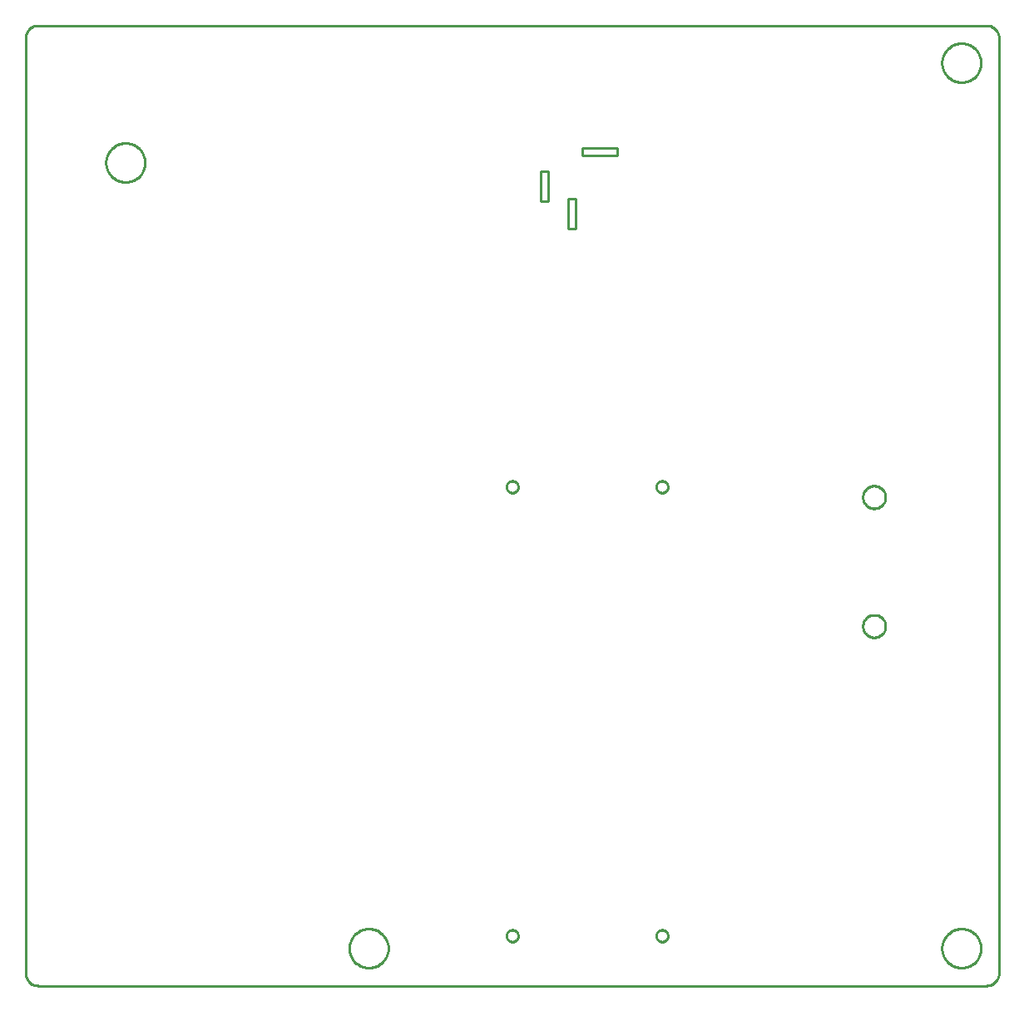
<source format=gbr>
G04 EAGLE Gerber X2 export*
%TF.Part,Single*%
%TF.FileFunction,Profile,NP*%
%TF.FilePolarity,Positive*%
%TF.GenerationSoftware,Autodesk,EAGLE,8.6.3*%
%TF.CreationDate,2019-08-01T17:55:07Z*%
G75*
%MOMM*%
%FSLAX34Y34*%
%LPD*%
%AMOC8*
5,1,8,0,0,1.08239X$1,22.5*%
G01*
%ADD10C,0.254000*%


D10*
X0Y12700D02*
X48Y11593D01*
X193Y10495D01*
X433Y9413D01*
X766Y8356D01*
X1190Y7333D01*
X1701Y6350D01*
X2297Y5416D01*
X2971Y4537D01*
X3720Y3720D01*
X4537Y2971D01*
X5416Y2297D01*
X6350Y1701D01*
X7333Y1190D01*
X8356Y766D01*
X9413Y433D01*
X10495Y193D01*
X11593Y48D01*
X12700Y0D01*
X977900Y0D01*
X979007Y48D01*
X980105Y193D01*
X981187Y433D01*
X982244Y766D01*
X983267Y1190D01*
X984250Y1701D01*
X985184Y2297D01*
X986063Y2971D01*
X986880Y3720D01*
X987629Y4537D01*
X988303Y5416D01*
X988899Y6350D01*
X989410Y7333D01*
X989834Y8356D01*
X990167Y9413D01*
X990407Y10495D01*
X990552Y11593D01*
X990600Y12700D01*
X990600Y965200D01*
X990552Y966307D01*
X990407Y967405D01*
X990167Y968487D01*
X989834Y969544D01*
X989410Y970567D01*
X988899Y971550D01*
X988303Y972484D01*
X987629Y973363D01*
X986880Y974180D01*
X986063Y974929D01*
X985184Y975603D01*
X984250Y976199D01*
X983267Y976710D01*
X982244Y977134D01*
X981187Y977467D01*
X980105Y977707D01*
X979007Y977852D01*
X977900Y977900D01*
X12700Y977900D01*
X11593Y977852D01*
X10495Y977707D01*
X9413Y977467D01*
X8356Y977134D01*
X7333Y976710D01*
X6350Y976199D01*
X5416Y975603D01*
X4537Y974929D01*
X3720Y974180D01*
X2971Y973363D01*
X2297Y972484D01*
X1701Y971550D01*
X1190Y970567D01*
X766Y969544D01*
X433Y968487D01*
X193Y967405D01*
X48Y966307D01*
X0Y965200D01*
X0Y12700D01*
X524200Y799100D02*
X532200Y799100D01*
X532200Y829100D01*
X524200Y829100D01*
X524200Y799100D01*
X566700Y845100D02*
X601700Y845100D01*
X601700Y853100D01*
X566700Y853100D01*
X566700Y845100D01*
X552200Y771100D02*
X560200Y771100D01*
X560200Y801100D01*
X552200Y801100D01*
X552200Y771100D01*
X121444Y837600D02*
X121371Y836403D01*
X121227Y835213D01*
X121011Y834033D01*
X120724Y832869D01*
X120367Y831724D01*
X119942Y830603D01*
X119449Y829509D01*
X118892Y828447D01*
X118272Y827421D01*
X117590Y826434D01*
X116851Y825490D01*
X116056Y824592D01*
X115208Y823744D01*
X114310Y822949D01*
X113366Y822210D01*
X112379Y821528D01*
X111353Y820908D01*
X110291Y820351D01*
X109197Y819858D01*
X108076Y819433D01*
X106931Y819076D01*
X105767Y818789D01*
X104587Y818573D01*
X103397Y818429D01*
X102200Y818356D01*
X101000Y818356D01*
X99803Y818429D01*
X98613Y818573D01*
X97433Y818789D01*
X96269Y819076D01*
X95124Y819433D01*
X94003Y819858D01*
X92909Y820351D01*
X91847Y820908D01*
X90821Y821528D01*
X89834Y822210D01*
X88890Y822949D01*
X87992Y823744D01*
X87144Y824592D01*
X86349Y825490D01*
X85610Y826434D01*
X84928Y827421D01*
X84308Y828447D01*
X83751Y829509D01*
X83258Y830603D01*
X82833Y831724D01*
X82476Y832869D01*
X82189Y834033D01*
X81973Y835213D01*
X81829Y836403D01*
X81756Y837600D01*
X81756Y838800D01*
X81829Y839997D01*
X81973Y841187D01*
X82189Y842367D01*
X82476Y843531D01*
X82833Y844676D01*
X83258Y845797D01*
X83751Y846891D01*
X84308Y847953D01*
X84928Y848979D01*
X85610Y849966D01*
X86349Y850910D01*
X87144Y851808D01*
X87992Y852656D01*
X88890Y853451D01*
X89834Y854190D01*
X90821Y854872D01*
X91847Y855492D01*
X92909Y856049D01*
X94003Y856542D01*
X95124Y856967D01*
X96269Y857324D01*
X97433Y857611D01*
X98613Y857827D01*
X99803Y857971D01*
X101000Y858044D01*
X102200Y858044D01*
X103397Y857971D01*
X104587Y857827D01*
X105767Y857611D01*
X106931Y857324D01*
X108076Y856967D01*
X109197Y856542D01*
X110291Y856049D01*
X111353Y855492D01*
X112379Y854872D01*
X113366Y854190D01*
X114310Y853451D01*
X115208Y852656D01*
X116056Y851808D01*
X116851Y850910D01*
X117590Y849966D01*
X118272Y848979D01*
X118892Y847953D01*
X119449Y846891D01*
X119942Y845797D01*
X120367Y844676D01*
X120724Y843531D01*
X121011Y842367D01*
X121227Y841187D01*
X121371Y839997D01*
X121444Y838800D01*
X121444Y837600D01*
X972344Y939200D02*
X972271Y938003D01*
X972127Y936813D01*
X971911Y935633D01*
X971624Y934469D01*
X971267Y933324D01*
X970842Y932203D01*
X970349Y931109D01*
X969792Y930047D01*
X969172Y929021D01*
X968490Y928034D01*
X967751Y927090D01*
X966956Y926192D01*
X966108Y925344D01*
X965210Y924549D01*
X964266Y923810D01*
X963279Y923128D01*
X962253Y922508D01*
X961191Y921951D01*
X960097Y921458D01*
X958976Y921033D01*
X957831Y920676D01*
X956667Y920389D01*
X955487Y920173D01*
X954297Y920029D01*
X953100Y919956D01*
X951900Y919956D01*
X950703Y920029D01*
X949513Y920173D01*
X948333Y920389D01*
X947169Y920676D01*
X946024Y921033D01*
X944903Y921458D01*
X943809Y921951D01*
X942747Y922508D01*
X941721Y923128D01*
X940734Y923810D01*
X939790Y924549D01*
X938892Y925344D01*
X938044Y926192D01*
X937249Y927090D01*
X936510Y928034D01*
X935828Y929021D01*
X935208Y930047D01*
X934651Y931109D01*
X934158Y932203D01*
X933733Y933324D01*
X933376Y934469D01*
X933089Y935633D01*
X932873Y936813D01*
X932729Y938003D01*
X932656Y939200D01*
X932656Y940400D01*
X932729Y941597D01*
X932873Y942787D01*
X933089Y943967D01*
X933376Y945131D01*
X933733Y946276D01*
X934158Y947397D01*
X934651Y948491D01*
X935208Y949553D01*
X935828Y950579D01*
X936510Y951566D01*
X937249Y952510D01*
X938044Y953408D01*
X938892Y954256D01*
X939790Y955051D01*
X940734Y955790D01*
X941721Y956472D01*
X942747Y957092D01*
X943809Y957649D01*
X944903Y958142D01*
X946024Y958567D01*
X947169Y958924D01*
X948333Y959211D01*
X949513Y959427D01*
X950703Y959571D01*
X951900Y959644D01*
X953100Y959644D01*
X954297Y959571D01*
X955487Y959427D01*
X956667Y959211D01*
X957831Y958924D01*
X958976Y958567D01*
X960097Y958142D01*
X961191Y957649D01*
X962253Y957092D01*
X963279Y956472D01*
X964266Y955790D01*
X965210Y955051D01*
X966108Y954256D01*
X966956Y953408D01*
X967751Y952510D01*
X968490Y951566D01*
X969172Y950579D01*
X969792Y949553D01*
X970349Y948491D01*
X970842Y947397D01*
X971267Y946276D01*
X971624Y945131D01*
X971911Y943967D01*
X972127Y942787D01*
X972271Y941597D01*
X972344Y940400D01*
X972344Y939200D01*
X972344Y37500D02*
X972271Y36303D01*
X972127Y35113D01*
X971911Y33933D01*
X971624Y32769D01*
X971267Y31624D01*
X970842Y30503D01*
X970349Y29409D01*
X969792Y28347D01*
X969172Y27321D01*
X968490Y26334D01*
X967751Y25390D01*
X966956Y24492D01*
X966108Y23644D01*
X965210Y22849D01*
X964266Y22110D01*
X963279Y21428D01*
X962253Y20808D01*
X961191Y20251D01*
X960097Y19758D01*
X958976Y19333D01*
X957831Y18976D01*
X956667Y18689D01*
X955487Y18473D01*
X954297Y18329D01*
X953100Y18256D01*
X951900Y18256D01*
X950703Y18329D01*
X949513Y18473D01*
X948333Y18689D01*
X947169Y18976D01*
X946024Y19333D01*
X944903Y19758D01*
X943809Y20251D01*
X942747Y20808D01*
X941721Y21428D01*
X940734Y22110D01*
X939790Y22849D01*
X938892Y23644D01*
X938044Y24492D01*
X937249Y25390D01*
X936510Y26334D01*
X935828Y27321D01*
X935208Y28347D01*
X934651Y29409D01*
X934158Y30503D01*
X933733Y31624D01*
X933376Y32769D01*
X933089Y33933D01*
X932873Y35113D01*
X932729Y36303D01*
X932656Y37500D01*
X932656Y38700D01*
X932729Y39897D01*
X932873Y41087D01*
X933089Y42267D01*
X933376Y43431D01*
X933733Y44576D01*
X934158Y45697D01*
X934651Y46791D01*
X935208Y47853D01*
X935828Y48879D01*
X936510Y49866D01*
X937249Y50810D01*
X938044Y51708D01*
X938892Y52556D01*
X939790Y53351D01*
X940734Y54090D01*
X941721Y54772D01*
X942747Y55392D01*
X943809Y55949D01*
X944903Y56442D01*
X946024Y56867D01*
X947169Y57224D01*
X948333Y57511D01*
X949513Y57727D01*
X950703Y57871D01*
X951900Y57944D01*
X953100Y57944D01*
X954297Y57871D01*
X955487Y57727D01*
X956667Y57511D01*
X957831Y57224D01*
X958976Y56867D01*
X960097Y56442D01*
X961191Y55949D01*
X962253Y55392D01*
X963279Y54772D01*
X964266Y54090D01*
X965210Y53351D01*
X966108Y52556D01*
X966956Y51708D01*
X967751Y50810D01*
X968490Y49866D01*
X969172Y48879D01*
X969792Y47853D01*
X970349Y46791D01*
X970842Y45697D01*
X971267Y44576D01*
X971624Y43431D01*
X971911Y42267D01*
X972127Y41087D01*
X972271Y39897D01*
X972344Y38700D01*
X972344Y37500D01*
X369094Y37500D02*
X369021Y36303D01*
X368877Y35113D01*
X368661Y33933D01*
X368374Y32769D01*
X368017Y31624D01*
X367592Y30503D01*
X367099Y29409D01*
X366542Y28347D01*
X365922Y27321D01*
X365240Y26334D01*
X364501Y25390D01*
X363706Y24492D01*
X362858Y23644D01*
X361960Y22849D01*
X361016Y22110D01*
X360029Y21428D01*
X359003Y20808D01*
X357941Y20251D01*
X356847Y19758D01*
X355726Y19333D01*
X354581Y18976D01*
X353417Y18689D01*
X352237Y18473D01*
X351047Y18329D01*
X349850Y18256D01*
X348650Y18256D01*
X347453Y18329D01*
X346263Y18473D01*
X345083Y18689D01*
X343919Y18976D01*
X342774Y19333D01*
X341653Y19758D01*
X340559Y20251D01*
X339497Y20808D01*
X338471Y21428D01*
X337484Y22110D01*
X336540Y22849D01*
X335642Y23644D01*
X334794Y24492D01*
X333999Y25390D01*
X333260Y26334D01*
X332578Y27321D01*
X331958Y28347D01*
X331401Y29409D01*
X330908Y30503D01*
X330483Y31624D01*
X330126Y32769D01*
X329839Y33933D01*
X329623Y35113D01*
X329479Y36303D01*
X329406Y37500D01*
X329406Y38700D01*
X329479Y39897D01*
X329623Y41087D01*
X329839Y42267D01*
X330126Y43431D01*
X330483Y44576D01*
X330908Y45697D01*
X331401Y46791D01*
X331958Y47853D01*
X332578Y48879D01*
X333260Y49866D01*
X333999Y50810D01*
X334794Y51708D01*
X335642Y52556D01*
X336540Y53351D01*
X337484Y54090D01*
X338471Y54772D01*
X339497Y55392D01*
X340559Y55949D01*
X341653Y56442D01*
X342774Y56867D01*
X343919Y57224D01*
X345083Y57511D01*
X346263Y57727D01*
X347453Y57871D01*
X348650Y57944D01*
X349850Y57944D01*
X351047Y57871D01*
X352237Y57727D01*
X353417Y57511D01*
X354581Y57224D01*
X355726Y56867D01*
X356847Y56442D01*
X357941Y55949D01*
X359003Y55392D01*
X360029Y54772D01*
X361016Y54090D01*
X361960Y53351D01*
X362858Y52556D01*
X363706Y51708D01*
X364501Y50810D01*
X365240Y49866D01*
X365922Y48879D01*
X366542Y47853D01*
X367099Y46791D01*
X367592Y45697D01*
X368017Y44576D01*
X368374Y43431D01*
X368661Y42267D01*
X368877Y41087D01*
X369021Y39897D01*
X369094Y38700D01*
X369094Y37500D01*
X121444Y837600D02*
X121371Y836403D01*
X121227Y835213D01*
X121011Y834033D01*
X120724Y832869D01*
X120367Y831724D01*
X119942Y830603D01*
X119449Y829509D01*
X118892Y828447D01*
X118272Y827421D01*
X117590Y826434D01*
X116851Y825490D01*
X116056Y824592D01*
X115208Y823744D01*
X114310Y822949D01*
X113366Y822210D01*
X112379Y821528D01*
X111353Y820908D01*
X110291Y820351D01*
X109197Y819858D01*
X108076Y819433D01*
X106931Y819076D01*
X105767Y818789D01*
X104587Y818573D01*
X103397Y818429D01*
X102200Y818356D01*
X101000Y818356D01*
X99803Y818429D01*
X98613Y818573D01*
X97433Y818789D01*
X96269Y819076D01*
X95124Y819433D01*
X94003Y819858D01*
X92909Y820351D01*
X91847Y820908D01*
X90821Y821528D01*
X89834Y822210D01*
X88890Y822949D01*
X87992Y823744D01*
X87144Y824592D01*
X86349Y825490D01*
X85610Y826434D01*
X84928Y827421D01*
X84308Y828447D01*
X83751Y829509D01*
X83258Y830603D01*
X82833Y831724D01*
X82476Y832869D01*
X82189Y834033D01*
X81973Y835213D01*
X81829Y836403D01*
X81756Y837600D01*
X81756Y838800D01*
X81829Y839997D01*
X81973Y841187D01*
X82189Y842367D01*
X82476Y843531D01*
X82833Y844676D01*
X83258Y845797D01*
X83751Y846891D01*
X84308Y847953D01*
X84928Y848979D01*
X85610Y849966D01*
X86349Y850910D01*
X87144Y851808D01*
X87992Y852656D01*
X88890Y853451D01*
X89834Y854190D01*
X90821Y854872D01*
X91847Y855492D01*
X92909Y856049D01*
X94003Y856542D01*
X95124Y856967D01*
X96269Y857324D01*
X97433Y857611D01*
X98613Y857827D01*
X99803Y857971D01*
X101000Y858044D01*
X102200Y858044D01*
X103397Y857971D01*
X104587Y857827D01*
X105767Y857611D01*
X106931Y857324D01*
X108076Y856967D01*
X109197Y856542D01*
X110291Y856049D01*
X111353Y855492D01*
X112379Y854872D01*
X113366Y854190D01*
X114310Y853451D01*
X115208Y852656D01*
X116056Y851808D01*
X116851Y850910D01*
X117590Y849966D01*
X118272Y848979D01*
X118892Y847953D01*
X119449Y846891D01*
X119942Y845797D01*
X120367Y844676D01*
X120724Y843531D01*
X121011Y842367D01*
X121227Y841187D01*
X121371Y839997D01*
X121444Y838800D01*
X121444Y837600D01*
X972344Y939200D02*
X972271Y938003D01*
X972127Y936813D01*
X971911Y935633D01*
X971624Y934469D01*
X971267Y933324D01*
X970842Y932203D01*
X970349Y931109D01*
X969792Y930047D01*
X969172Y929021D01*
X968490Y928034D01*
X967751Y927090D01*
X966956Y926192D01*
X966108Y925344D01*
X965210Y924549D01*
X964266Y923810D01*
X963279Y923128D01*
X962253Y922508D01*
X961191Y921951D01*
X960097Y921458D01*
X958976Y921033D01*
X957831Y920676D01*
X956667Y920389D01*
X955487Y920173D01*
X954297Y920029D01*
X953100Y919956D01*
X951900Y919956D01*
X950703Y920029D01*
X949513Y920173D01*
X948333Y920389D01*
X947169Y920676D01*
X946024Y921033D01*
X944903Y921458D01*
X943809Y921951D01*
X942747Y922508D01*
X941721Y923128D01*
X940734Y923810D01*
X939790Y924549D01*
X938892Y925344D01*
X938044Y926192D01*
X937249Y927090D01*
X936510Y928034D01*
X935828Y929021D01*
X935208Y930047D01*
X934651Y931109D01*
X934158Y932203D01*
X933733Y933324D01*
X933376Y934469D01*
X933089Y935633D01*
X932873Y936813D01*
X932729Y938003D01*
X932656Y939200D01*
X932656Y940400D01*
X932729Y941597D01*
X932873Y942787D01*
X933089Y943967D01*
X933376Y945131D01*
X933733Y946276D01*
X934158Y947397D01*
X934651Y948491D01*
X935208Y949553D01*
X935828Y950579D01*
X936510Y951566D01*
X937249Y952510D01*
X938044Y953408D01*
X938892Y954256D01*
X939790Y955051D01*
X940734Y955790D01*
X941721Y956472D01*
X942747Y957092D01*
X943809Y957649D01*
X944903Y958142D01*
X946024Y958567D01*
X947169Y958924D01*
X948333Y959211D01*
X949513Y959427D01*
X950703Y959571D01*
X951900Y959644D01*
X953100Y959644D01*
X954297Y959571D01*
X955487Y959427D01*
X956667Y959211D01*
X957831Y958924D01*
X958976Y958567D01*
X960097Y958142D01*
X961191Y957649D01*
X962253Y957092D01*
X963279Y956472D01*
X964266Y955790D01*
X965210Y955051D01*
X966108Y954256D01*
X966956Y953408D01*
X967751Y952510D01*
X968490Y951566D01*
X969172Y950579D01*
X969792Y949553D01*
X970349Y948491D01*
X970842Y947397D01*
X971267Y946276D01*
X971624Y945131D01*
X971911Y943967D01*
X972127Y942787D01*
X972271Y941597D01*
X972344Y940400D01*
X972344Y939200D01*
X972344Y37500D02*
X972271Y36303D01*
X972127Y35113D01*
X971911Y33933D01*
X971624Y32769D01*
X971267Y31624D01*
X970842Y30503D01*
X970349Y29409D01*
X969792Y28347D01*
X969172Y27321D01*
X968490Y26334D01*
X967751Y25390D01*
X966956Y24492D01*
X966108Y23644D01*
X965210Y22849D01*
X964266Y22110D01*
X963279Y21428D01*
X962253Y20808D01*
X961191Y20251D01*
X960097Y19758D01*
X958976Y19333D01*
X957831Y18976D01*
X956667Y18689D01*
X955487Y18473D01*
X954297Y18329D01*
X953100Y18256D01*
X951900Y18256D01*
X950703Y18329D01*
X949513Y18473D01*
X948333Y18689D01*
X947169Y18976D01*
X946024Y19333D01*
X944903Y19758D01*
X943809Y20251D01*
X942747Y20808D01*
X941721Y21428D01*
X940734Y22110D01*
X939790Y22849D01*
X938892Y23644D01*
X938044Y24492D01*
X937249Y25390D01*
X936510Y26334D01*
X935828Y27321D01*
X935208Y28347D01*
X934651Y29409D01*
X934158Y30503D01*
X933733Y31624D01*
X933376Y32769D01*
X933089Y33933D01*
X932873Y35113D01*
X932729Y36303D01*
X932656Y37500D01*
X932656Y38700D01*
X932729Y39897D01*
X932873Y41087D01*
X933089Y42267D01*
X933376Y43431D01*
X933733Y44576D01*
X934158Y45697D01*
X934651Y46791D01*
X935208Y47853D01*
X935828Y48879D01*
X936510Y49866D01*
X937249Y50810D01*
X938044Y51708D01*
X938892Y52556D01*
X939790Y53351D01*
X940734Y54090D01*
X941721Y54772D01*
X942747Y55392D01*
X943809Y55949D01*
X944903Y56442D01*
X946024Y56867D01*
X947169Y57224D01*
X948333Y57511D01*
X949513Y57727D01*
X950703Y57871D01*
X951900Y57944D01*
X953100Y57944D01*
X954297Y57871D01*
X955487Y57727D01*
X956667Y57511D01*
X957831Y57224D01*
X958976Y56867D01*
X960097Y56442D01*
X961191Y55949D01*
X962253Y55392D01*
X963279Y54772D01*
X964266Y54090D01*
X965210Y53351D01*
X966108Y52556D01*
X966956Y51708D01*
X967751Y50810D01*
X968490Y49866D01*
X969172Y48879D01*
X969792Y47853D01*
X970349Y46791D01*
X970842Y45697D01*
X971267Y44576D01*
X971624Y43431D01*
X971911Y42267D01*
X972127Y41087D01*
X972271Y39897D01*
X972344Y38700D01*
X972344Y37500D01*
X369094Y37500D02*
X369021Y36303D01*
X368877Y35113D01*
X368661Y33933D01*
X368374Y32769D01*
X368017Y31624D01*
X367592Y30503D01*
X367099Y29409D01*
X366542Y28347D01*
X365922Y27321D01*
X365240Y26334D01*
X364501Y25390D01*
X363706Y24492D01*
X362858Y23644D01*
X361960Y22849D01*
X361016Y22110D01*
X360029Y21428D01*
X359003Y20808D01*
X357941Y20251D01*
X356847Y19758D01*
X355726Y19333D01*
X354581Y18976D01*
X353417Y18689D01*
X352237Y18473D01*
X351047Y18329D01*
X349850Y18256D01*
X348650Y18256D01*
X347453Y18329D01*
X346263Y18473D01*
X345083Y18689D01*
X343919Y18976D01*
X342774Y19333D01*
X341653Y19758D01*
X340559Y20251D01*
X339497Y20808D01*
X338471Y21428D01*
X337484Y22110D01*
X336540Y22849D01*
X335642Y23644D01*
X334794Y24492D01*
X333999Y25390D01*
X333260Y26334D01*
X332578Y27321D01*
X331958Y28347D01*
X331401Y29409D01*
X330908Y30503D01*
X330483Y31624D01*
X330126Y32769D01*
X329839Y33933D01*
X329623Y35113D01*
X329479Y36303D01*
X329406Y37500D01*
X329406Y38700D01*
X329479Y39897D01*
X329623Y41087D01*
X329839Y42267D01*
X330126Y43431D01*
X330483Y44576D01*
X330908Y45697D01*
X331401Y46791D01*
X331958Y47853D01*
X332578Y48879D01*
X333260Y49866D01*
X333999Y50810D01*
X334794Y51708D01*
X335642Y52556D01*
X336540Y53351D01*
X337484Y54090D01*
X338471Y54772D01*
X339497Y55392D01*
X340559Y55949D01*
X341653Y56442D01*
X342774Y56867D01*
X343919Y57224D01*
X345083Y57511D01*
X346263Y57727D01*
X347453Y57871D01*
X348650Y57944D01*
X349850Y57944D01*
X351047Y57871D01*
X352237Y57727D01*
X353417Y57511D01*
X354581Y57224D01*
X355726Y56867D01*
X356847Y56442D01*
X357941Y55949D01*
X359003Y55392D01*
X360029Y54772D01*
X361016Y54090D01*
X361960Y53351D01*
X362858Y52556D01*
X363706Y51708D01*
X364501Y50810D01*
X365240Y49866D01*
X365922Y48879D01*
X366542Y47853D01*
X367099Y46791D01*
X367592Y45697D01*
X368017Y44576D01*
X368374Y43431D01*
X368661Y42267D01*
X368877Y41087D01*
X369021Y39897D01*
X369094Y38700D01*
X369094Y37500D01*
X501300Y50463D02*
X501225Y49793D01*
X501075Y49136D01*
X500852Y48500D01*
X500560Y47893D01*
X500201Y47323D01*
X499781Y46796D01*
X499304Y46319D01*
X498778Y45899D01*
X498207Y45540D01*
X497600Y45248D01*
X496964Y45025D01*
X496307Y44875D01*
X495637Y44800D01*
X494963Y44800D01*
X494293Y44875D01*
X493636Y45025D01*
X493000Y45248D01*
X492393Y45540D01*
X491823Y45899D01*
X491296Y46319D01*
X490819Y46796D01*
X490399Y47323D01*
X490040Y47893D01*
X489748Y48500D01*
X489525Y49136D01*
X489375Y49793D01*
X489300Y50463D01*
X489300Y51137D01*
X489375Y51807D01*
X489525Y52464D01*
X489748Y53100D01*
X490040Y53707D01*
X490399Y54278D01*
X490819Y54804D01*
X491296Y55281D01*
X491823Y55701D01*
X492393Y56060D01*
X493000Y56352D01*
X493636Y56575D01*
X494293Y56725D01*
X494963Y56800D01*
X495637Y56800D01*
X496307Y56725D01*
X496964Y56575D01*
X497600Y56352D01*
X498207Y56060D01*
X498778Y55701D01*
X499304Y55281D01*
X499781Y54804D01*
X500201Y54278D01*
X500560Y53707D01*
X500852Y53100D01*
X501075Y52464D01*
X501225Y51807D01*
X501300Y51137D01*
X501300Y50463D01*
X653700Y50463D02*
X653625Y49793D01*
X653475Y49136D01*
X653252Y48500D01*
X652960Y47893D01*
X652601Y47323D01*
X652181Y46796D01*
X651704Y46319D01*
X651178Y45899D01*
X650607Y45540D01*
X650000Y45248D01*
X649364Y45025D01*
X648707Y44875D01*
X648037Y44800D01*
X647363Y44800D01*
X646693Y44875D01*
X646036Y45025D01*
X645400Y45248D01*
X644793Y45540D01*
X644223Y45899D01*
X643696Y46319D01*
X643219Y46796D01*
X642799Y47323D01*
X642440Y47893D01*
X642148Y48500D01*
X641925Y49136D01*
X641775Y49793D01*
X641700Y50463D01*
X641700Y51137D01*
X641775Y51807D01*
X641925Y52464D01*
X642148Y53100D01*
X642440Y53707D01*
X642799Y54278D01*
X643219Y54804D01*
X643696Y55281D01*
X644223Y55701D01*
X644793Y56060D01*
X645400Y56352D01*
X646036Y56575D01*
X646693Y56725D01*
X647363Y56800D01*
X648037Y56800D01*
X648707Y56725D01*
X649364Y56575D01*
X650000Y56352D01*
X650607Y56060D01*
X651178Y55701D01*
X651704Y55281D01*
X652181Y54804D01*
X652601Y54278D01*
X652960Y53707D01*
X653252Y53100D01*
X653475Y52464D01*
X653625Y51807D01*
X653700Y51137D01*
X653700Y50463D01*
X501300Y507663D02*
X501225Y506993D01*
X501075Y506336D01*
X500852Y505700D01*
X500560Y505093D01*
X500201Y504523D01*
X499781Y503996D01*
X499304Y503519D01*
X498778Y503099D01*
X498207Y502740D01*
X497600Y502448D01*
X496964Y502225D01*
X496307Y502075D01*
X495637Y502000D01*
X494963Y502000D01*
X494293Y502075D01*
X493636Y502225D01*
X493000Y502448D01*
X492393Y502740D01*
X491823Y503099D01*
X491296Y503519D01*
X490819Y503996D01*
X490399Y504523D01*
X490040Y505093D01*
X489748Y505700D01*
X489525Y506336D01*
X489375Y506993D01*
X489300Y507663D01*
X489300Y508337D01*
X489375Y509007D01*
X489525Y509664D01*
X489748Y510300D01*
X490040Y510907D01*
X490399Y511478D01*
X490819Y512004D01*
X491296Y512481D01*
X491823Y512901D01*
X492393Y513260D01*
X493000Y513552D01*
X493636Y513775D01*
X494293Y513925D01*
X494963Y514000D01*
X495637Y514000D01*
X496307Y513925D01*
X496964Y513775D01*
X497600Y513552D01*
X498207Y513260D01*
X498778Y512901D01*
X499304Y512481D01*
X499781Y512004D01*
X500201Y511478D01*
X500560Y510907D01*
X500852Y510300D01*
X501075Y509664D01*
X501225Y509007D01*
X501300Y508337D01*
X501300Y507663D01*
X653700Y507663D02*
X653625Y506993D01*
X653475Y506336D01*
X653252Y505700D01*
X652960Y505093D01*
X652601Y504523D01*
X652181Y503996D01*
X651704Y503519D01*
X651178Y503099D01*
X650607Y502740D01*
X650000Y502448D01*
X649364Y502225D01*
X648707Y502075D01*
X648037Y502000D01*
X647363Y502000D01*
X646693Y502075D01*
X646036Y502225D01*
X645400Y502448D01*
X644793Y502740D01*
X644223Y503099D01*
X643696Y503519D01*
X643219Y503996D01*
X642799Y504523D01*
X642440Y505093D01*
X642148Y505700D01*
X641925Y506336D01*
X641775Y506993D01*
X641700Y507663D01*
X641700Y508337D01*
X641775Y509007D01*
X641925Y509664D01*
X642148Y510300D01*
X642440Y510907D01*
X642799Y511478D01*
X643219Y512004D01*
X643696Y512481D01*
X644223Y512901D01*
X644793Y513260D01*
X645400Y513552D01*
X646036Y513775D01*
X646693Y513925D01*
X647363Y514000D01*
X648037Y514000D01*
X648707Y513925D01*
X649364Y513775D01*
X650000Y513552D01*
X650607Y513260D01*
X651178Y512901D01*
X651704Y512481D01*
X652181Y512004D01*
X652601Y511478D01*
X652960Y510907D01*
X653252Y510300D01*
X653475Y509664D01*
X653625Y509007D01*
X653700Y508337D01*
X653700Y507663D01*
X864052Y377600D02*
X864953Y377529D01*
X865845Y377388D01*
X866724Y377177D01*
X867583Y376898D01*
X868418Y376552D01*
X869223Y376141D01*
X869994Y375669D01*
X870725Y375138D01*
X871412Y374551D01*
X872051Y373912D01*
X872638Y373225D01*
X873169Y372494D01*
X873641Y371723D01*
X874052Y370918D01*
X874398Y370083D01*
X874677Y369224D01*
X874888Y368345D01*
X875029Y367453D01*
X875100Y366552D01*
X875100Y365648D01*
X875029Y364747D01*
X874888Y363855D01*
X874677Y362976D01*
X874398Y362117D01*
X874052Y361282D01*
X873641Y360477D01*
X873169Y359706D01*
X872638Y358975D01*
X872051Y358288D01*
X871412Y357649D01*
X870725Y357062D01*
X869994Y356531D01*
X869223Y356059D01*
X868418Y355648D01*
X867583Y355302D01*
X866724Y355023D01*
X865845Y354812D01*
X864953Y354671D01*
X864052Y354600D01*
X863148Y354600D01*
X862247Y354671D01*
X861355Y354812D01*
X860476Y355023D01*
X859617Y355302D01*
X858782Y355648D01*
X857977Y356059D01*
X857206Y356531D01*
X856475Y357062D01*
X855788Y357649D01*
X855149Y358288D01*
X854562Y358975D01*
X854031Y359706D01*
X853559Y360477D01*
X853148Y361282D01*
X852802Y362117D01*
X852523Y362976D01*
X852312Y363855D01*
X852171Y364747D01*
X852100Y365648D01*
X852100Y366552D01*
X852171Y367453D01*
X852312Y368345D01*
X852523Y369224D01*
X852802Y370083D01*
X853148Y370918D01*
X853559Y371723D01*
X854031Y372494D01*
X854562Y373225D01*
X855149Y373912D01*
X855788Y374551D01*
X856475Y375138D01*
X857206Y375669D01*
X857977Y376141D01*
X858782Y376552D01*
X859617Y376898D01*
X860476Y377177D01*
X861355Y377388D01*
X862247Y377529D01*
X863148Y377600D01*
X864052Y377600D01*
X864052Y509000D02*
X864953Y508929D01*
X865845Y508788D01*
X866724Y508577D01*
X867583Y508298D01*
X868418Y507952D01*
X869223Y507541D01*
X869994Y507069D01*
X870725Y506538D01*
X871412Y505951D01*
X872051Y505312D01*
X872638Y504625D01*
X873169Y503894D01*
X873641Y503123D01*
X874052Y502318D01*
X874398Y501483D01*
X874677Y500624D01*
X874888Y499745D01*
X875029Y498853D01*
X875100Y497952D01*
X875100Y497048D01*
X875029Y496147D01*
X874888Y495255D01*
X874677Y494376D01*
X874398Y493517D01*
X874052Y492682D01*
X873641Y491877D01*
X873169Y491106D01*
X872638Y490375D01*
X872051Y489688D01*
X871412Y489049D01*
X870725Y488462D01*
X869994Y487931D01*
X869223Y487459D01*
X868418Y487048D01*
X867583Y486702D01*
X866724Y486423D01*
X865845Y486212D01*
X864953Y486071D01*
X864052Y486000D01*
X863148Y486000D01*
X862247Y486071D01*
X861355Y486212D01*
X860476Y486423D01*
X859617Y486702D01*
X858782Y487048D01*
X857977Y487459D01*
X857206Y487931D01*
X856475Y488462D01*
X855788Y489049D01*
X855149Y489688D01*
X854562Y490375D01*
X854031Y491106D01*
X853559Y491877D01*
X853148Y492682D01*
X852802Y493517D01*
X852523Y494376D01*
X852312Y495255D01*
X852171Y496147D01*
X852100Y497048D01*
X852100Y497952D01*
X852171Y498853D01*
X852312Y499745D01*
X852523Y500624D01*
X852802Y501483D01*
X853148Y502318D01*
X853559Y503123D01*
X854031Y503894D01*
X854562Y504625D01*
X855149Y505312D01*
X855788Y505951D01*
X856475Y506538D01*
X857206Y507069D01*
X857977Y507541D01*
X858782Y507952D01*
X859617Y508298D01*
X860476Y508577D01*
X861355Y508788D01*
X862247Y508929D01*
X863148Y509000D01*
X864052Y509000D01*
M02*

</source>
